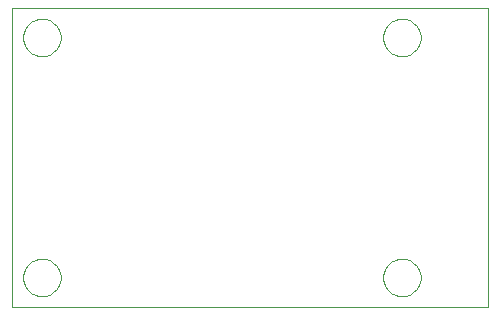
<source format=gko>
G75*
%MOIN*%
%OFA0B0*%
%FSLAX24Y24*%
%IPPOS*%
%LPD*%
%AMOC8*
5,1,8,0,0,1.08239X$1,22.5*
%
%ADD10C,0.0000*%
D10*
X000180Y000180D02*
X000180Y010176D01*
X016050Y010176D01*
X016050Y000180D01*
X000180Y000180D01*
X000555Y001180D02*
X000557Y001230D01*
X000563Y001279D01*
X000573Y001328D01*
X000586Y001375D01*
X000604Y001422D01*
X000625Y001467D01*
X000649Y001510D01*
X000677Y001551D01*
X000708Y001590D01*
X000742Y001626D01*
X000779Y001660D01*
X000819Y001690D01*
X000860Y001717D01*
X000904Y001741D01*
X000949Y001761D01*
X000996Y001777D01*
X001044Y001790D01*
X001093Y001799D01*
X001143Y001804D01*
X001192Y001805D01*
X001242Y001802D01*
X001291Y001795D01*
X001340Y001784D01*
X001387Y001770D01*
X001433Y001751D01*
X001478Y001729D01*
X001521Y001704D01*
X001561Y001675D01*
X001599Y001643D01*
X001635Y001609D01*
X001668Y001571D01*
X001697Y001531D01*
X001723Y001489D01*
X001746Y001445D01*
X001765Y001399D01*
X001781Y001352D01*
X001793Y001303D01*
X001801Y001254D01*
X001805Y001205D01*
X001805Y001155D01*
X001801Y001106D01*
X001793Y001057D01*
X001781Y001008D01*
X001765Y000961D01*
X001746Y000915D01*
X001723Y000871D01*
X001697Y000829D01*
X001668Y000789D01*
X001635Y000751D01*
X001599Y000717D01*
X001561Y000685D01*
X001521Y000656D01*
X001478Y000631D01*
X001433Y000609D01*
X001387Y000590D01*
X001340Y000576D01*
X001291Y000565D01*
X001242Y000558D01*
X001192Y000555D01*
X001143Y000556D01*
X001093Y000561D01*
X001044Y000570D01*
X000996Y000583D01*
X000949Y000599D01*
X000904Y000619D01*
X000860Y000643D01*
X000819Y000670D01*
X000779Y000700D01*
X000742Y000734D01*
X000708Y000770D01*
X000677Y000809D01*
X000649Y000850D01*
X000625Y000893D01*
X000604Y000938D01*
X000586Y000985D01*
X000573Y001032D01*
X000563Y001081D01*
X000557Y001130D01*
X000555Y001180D01*
X000555Y009180D02*
X000557Y009230D01*
X000563Y009279D01*
X000573Y009328D01*
X000586Y009375D01*
X000604Y009422D01*
X000625Y009467D01*
X000649Y009510D01*
X000677Y009551D01*
X000708Y009590D01*
X000742Y009626D01*
X000779Y009660D01*
X000819Y009690D01*
X000860Y009717D01*
X000904Y009741D01*
X000949Y009761D01*
X000996Y009777D01*
X001044Y009790D01*
X001093Y009799D01*
X001143Y009804D01*
X001192Y009805D01*
X001242Y009802D01*
X001291Y009795D01*
X001340Y009784D01*
X001387Y009770D01*
X001433Y009751D01*
X001478Y009729D01*
X001521Y009704D01*
X001561Y009675D01*
X001599Y009643D01*
X001635Y009609D01*
X001668Y009571D01*
X001697Y009531D01*
X001723Y009489D01*
X001746Y009445D01*
X001765Y009399D01*
X001781Y009352D01*
X001793Y009303D01*
X001801Y009254D01*
X001805Y009205D01*
X001805Y009155D01*
X001801Y009106D01*
X001793Y009057D01*
X001781Y009008D01*
X001765Y008961D01*
X001746Y008915D01*
X001723Y008871D01*
X001697Y008829D01*
X001668Y008789D01*
X001635Y008751D01*
X001599Y008717D01*
X001561Y008685D01*
X001521Y008656D01*
X001478Y008631D01*
X001433Y008609D01*
X001387Y008590D01*
X001340Y008576D01*
X001291Y008565D01*
X001242Y008558D01*
X001192Y008555D01*
X001143Y008556D01*
X001093Y008561D01*
X001044Y008570D01*
X000996Y008583D01*
X000949Y008599D01*
X000904Y008619D01*
X000860Y008643D01*
X000819Y008670D01*
X000779Y008700D01*
X000742Y008734D01*
X000708Y008770D01*
X000677Y008809D01*
X000649Y008850D01*
X000625Y008893D01*
X000604Y008938D01*
X000586Y008985D01*
X000573Y009032D01*
X000563Y009081D01*
X000557Y009130D01*
X000555Y009180D01*
X012555Y009180D02*
X012557Y009230D01*
X012563Y009279D01*
X012573Y009328D01*
X012586Y009375D01*
X012604Y009422D01*
X012625Y009467D01*
X012649Y009510D01*
X012677Y009551D01*
X012708Y009590D01*
X012742Y009626D01*
X012779Y009660D01*
X012819Y009690D01*
X012860Y009717D01*
X012904Y009741D01*
X012949Y009761D01*
X012996Y009777D01*
X013044Y009790D01*
X013093Y009799D01*
X013143Y009804D01*
X013192Y009805D01*
X013242Y009802D01*
X013291Y009795D01*
X013340Y009784D01*
X013387Y009770D01*
X013433Y009751D01*
X013478Y009729D01*
X013521Y009704D01*
X013561Y009675D01*
X013599Y009643D01*
X013635Y009609D01*
X013668Y009571D01*
X013697Y009531D01*
X013723Y009489D01*
X013746Y009445D01*
X013765Y009399D01*
X013781Y009352D01*
X013793Y009303D01*
X013801Y009254D01*
X013805Y009205D01*
X013805Y009155D01*
X013801Y009106D01*
X013793Y009057D01*
X013781Y009008D01*
X013765Y008961D01*
X013746Y008915D01*
X013723Y008871D01*
X013697Y008829D01*
X013668Y008789D01*
X013635Y008751D01*
X013599Y008717D01*
X013561Y008685D01*
X013521Y008656D01*
X013478Y008631D01*
X013433Y008609D01*
X013387Y008590D01*
X013340Y008576D01*
X013291Y008565D01*
X013242Y008558D01*
X013192Y008555D01*
X013143Y008556D01*
X013093Y008561D01*
X013044Y008570D01*
X012996Y008583D01*
X012949Y008599D01*
X012904Y008619D01*
X012860Y008643D01*
X012819Y008670D01*
X012779Y008700D01*
X012742Y008734D01*
X012708Y008770D01*
X012677Y008809D01*
X012649Y008850D01*
X012625Y008893D01*
X012604Y008938D01*
X012586Y008985D01*
X012573Y009032D01*
X012563Y009081D01*
X012557Y009130D01*
X012555Y009180D01*
X012555Y001180D02*
X012557Y001230D01*
X012563Y001279D01*
X012573Y001328D01*
X012586Y001375D01*
X012604Y001422D01*
X012625Y001467D01*
X012649Y001510D01*
X012677Y001551D01*
X012708Y001590D01*
X012742Y001626D01*
X012779Y001660D01*
X012819Y001690D01*
X012860Y001717D01*
X012904Y001741D01*
X012949Y001761D01*
X012996Y001777D01*
X013044Y001790D01*
X013093Y001799D01*
X013143Y001804D01*
X013192Y001805D01*
X013242Y001802D01*
X013291Y001795D01*
X013340Y001784D01*
X013387Y001770D01*
X013433Y001751D01*
X013478Y001729D01*
X013521Y001704D01*
X013561Y001675D01*
X013599Y001643D01*
X013635Y001609D01*
X013668Y001571D01*
X013697Y001531D01*
X013723Y001489D01*
X013746Y001445D01*
X013765Y001399D01*
X013781Y001352D01*
X013793Y001303D01*
X013801Y001254D01*
X013805Y001205D01*
X013805Y001155D01*
X013801Y001106D01*
X013793Y001057D01*
X013781Y001008D01*
X013765Y000961D01*
X013746Y000915D01*
X013723Y000871D01*
X013697Y000829D01*
X013668Y000789D01*
X013635Y000751D01*
X013599Y000717D01*
X013561Y000685D01*
X013521Y000656D01*
X013478Y000631D01*
X013433Y000609D01*
X013387Y000590D01*
X013340Y000576D01*
X013291Y000565D01*
X013242Y000558D01*
X013192Y000555D01*
X013143Y000556D01*
X013093Y000561D01*
X013044Y000570D01*
X012996Y000583D01*
X012949Y000599D01*
X012904Y000619D01*
X012860Y000643D01*
X012819Y000670D01*
X012779Y000700D01*
X012742Y000734D01*
X012708Y000770D01*
X012677Y000809D01*
X012649Y000850D01*
X012625Y000893D01*
X012604Y000938D01*
X012586Y000985D01*
X012573Y001032D01*
X012563Y001081D01*
X012557Y001130D01*
X012555Y001180D01*
M02*

</source>
